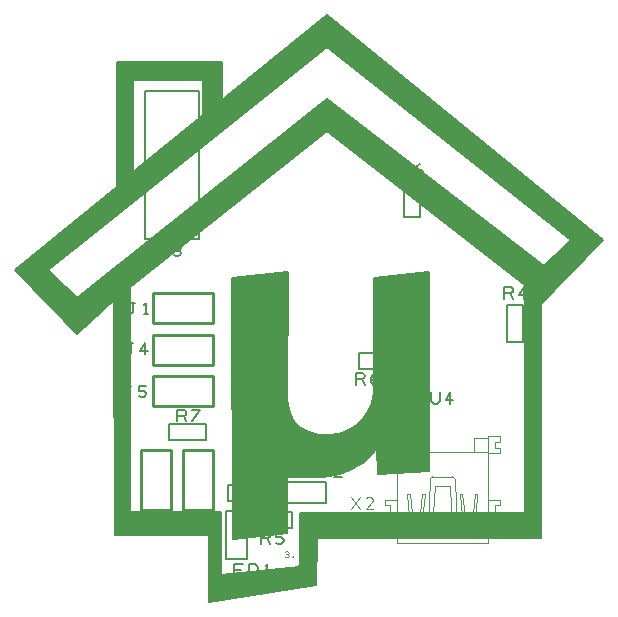
<source format=gbr>
%FSLAX23Y23*%
%MOIN*%
G04 EasyPC Gerber Version 17.0 Build 3379 *
%ADD78C,0.00100*%
%ADD79C,0.00400*%
%ADD77C,0.00500*%
%ADD24C,0.01000*%
X0Y0D02*
D02*
D24*
X2935Y508D02*
Y308D01*
X3035*
Y508*
X2935*
X2975Y932D02*
X3175D01*
Y1032*
X2975*
Y932*
X3077Y508D02*
Y308D01*
X3177*
Y508*
X3077*
X3175Y756D02*
X2975D01*
Y656*
X3175*
Y756*
Y894D02*
X2975D01*
Y794*
X3175*
Y894*
D02*
D77*
X2878Y691D02*
X2881Y688D01*
X2887Y685*
X2894Y688*
X2897Y691*
Y723*
X2903*
X2897D02*
X2884D01*
X2928Y688D02*
X2934Y685D01*
X2944*
X2950Y688*
X2953Y695*
Y698*
X2950Y704*
X2944Y707*
X2928*
Y723*
X2953*
X2883Y834D02*
X2886Y831D01*
X2892Y828*
X2898Y831*
X2902Y834*
Y865*
X2908*
X2902D02*
X2889D01*
X2948Y828D02*
Y865D01*
X2933Y840*
X2958*
X2891Y969D02*
X2894Y966D01*
X2900Y963*
X2906Y966*
X2909Y969*
Y1000*
X2916*
X2909D02*
X2897D01*
X2947Y963D02*
X2959D01*
X2953D02*
Y1000D01*
X2947Y994*
X2943Y254D02*
X2946Y251D01*
X2952Y248*
X2958Y251*
X2962Y254*
Y286*
X2968*
X2962D02*
X2949D01*
X3018Y248D02*
X2993D01*
X3015Y270*
X3018Y276*
X3015Y282*
X3008Y286*
X2999*
X2993Y282*
X2993Y1162D02*
X2996Y1159D01*
X3002Y1156*
X3009Y1159*
X3012Y1162*
Y1193*
X3018*
X3012D02*
X2999D01*
X3046Y1159D02*
X3052Y1156D01*
X3059*
X3065Y1159*
X3068Y1165*
X3065Y1171*
X3059Y1174*
X3052*
X3059D02*
X3065Y1177D01*
X3068Y1184*
X3065Y1190*
X3059Y1193*
X3052*
X3046Y1190*
X3056Y605D02*
Y643D01*
X3078*
X3084Y640*
X3087Y634*
X3084Y627*
X3078Y624*
X3056*
X3078D02*
X3087Y605D01*
X3106D02*
X3131Y643D01*
X3106*
X3085Y254D02*
X3088Y251D01*
X3094Y248*
X3100Y251*
X3103Y254*
Y286*
X3110*
X3103D02*
X3091D01*
X3135Y257D02*
X3138Y264D01*
X3144Y267*
X3150*
X3156Y264*
X3160Y257*
X3156Y251*
X3150Y248*
X3144*
X3138Y251*
X3135Y257*
Y267*
X3138Y276*
X3144Y282*
X3150Y286*
X3130Y1212D02*
Y1707D01*
X2950*
Y1212*
X3130*
X3152Y595D02*
Y542D01*
X3029*
Y595*
X3152*
X3195Y128D02*
Y91D01*
X3226*
X3245D02*
Y128D01*
X3276*
X3270Y109D02*
X3245D01*
Y91D02*
X3276D01*
X3295D02*
Y128D01*
X3314*
X3320Y125*
X3323Y122*
X3326Y116*
Y103*
X3323Y97*
X3320Y94*
X3314Y91*
X3295*
X3351D02*
X3364D01*
X3357D02*
Y128D01*
X3351Y122*
X3219Y306D02*
Y146D01*
X3289*
Y306*
X3219*
X3227Y340D02*
Y393D01*
X3350*
Y340*
X3227*
X3239Y1082D02*
X3424Y1102D01*
X3422Y677*
X3428Y643*
X3438Y616*
X3450Y599*
X3461Y587*
X3474Y578*
X3484Y572*
X3515Y561*
X3529Y559*
X3543Y559*
X3558Y558*
X3571Y559*
X3586Y562*
X3597Y564*
X3612Y570*
X3625Y575*
X3639Y583*
X3655Y593*
X3671Y608*
X3683Y622*
X3692Y638*
X3700Y651*
X3707Y667*
X3709Y683*
X3712Y701*
X3713Y724*
X3713Y1082*
X3896Y1102*
Y440*
X3724Y429*
X3723Y517*
X3709Y500*
X3691Y482*
X3674Y467*
X3657Y455*
X3638Y445*
X3617Y436*
X3595Y430*
X3581Y426*
X3563Y424*
X3539Y420*
X3520Y420*
X3503Y419*
X3481*
X3464Y420*
X3447Y422*
X3434Y425*
X3422Y427*
Y232*
X3241Y211*
X3239Y1082*
G36*
X3424Y1102*
X3422Y677*
X3428Y643*
X3438Y616*
X3450Y599*
X3461Y587*
X3474Y578*
X3484Y572*
X3515Y561*
X3529Y559*
X3543Y559*
X3558Y558*
X3571Y559*
X3586Y562*
X3597Y564*
X3612Y570*
X3625Y575*
X3639Y583*
X3655Y593*
X3671Y608*
X3683Y622*
X3692Y638*
X3700Y651*
X3707Y667*
X3709Y683*
X3712Y701*
X3713Y724*
X3713Y1082*
X3896Y1102*
Y440*
X3724Y429*
X3723Y517*
X3709Y500*
X3691Y482*
X3674Y467*
X3657Y455*
X3638Y445*
X3617Y436*
X3595Y430*
X3581Y426*
X3563Y424*
X3539Y420*
X3520Y420*
X3503Y419*
X3481*
X3464Y420*
X3447Y422*
X3434Y425*
X3422Y427*
Y232*
X3241Y211*
X3239Y1082*
G37*
X3262Y850D02*
Y888D01*
X3284*
X3290Y885*
X3293Y879*
X3290Y872*
X3284Y869*
X3262*
X3284D02*
X3293Y850D01*
X3321Y869D02*
X3327D01*
X3334Y872*
X3337Y879*
X3334Y885*
X3327Y888*
X3321*
X3315Y885*
X3312Y879*
X3315Y872*
X3321Y869*
X3315Y866*
X3312Y860*
X3315Y854*
X3321Y850*
X3327*
X3334Y854*
X3337Y860*
X3334Y866*
X3327Y869*
X3270Y832D02*
X3323D01*
Y709*
X3270*
Y832*
X3326Y329D02*
Y291D01*
X3304*
X3298Y294*
X3294Y301*
X3298Y307*
X3304Y310*
X3326*
X3304D02*
X3294Y329D01*
X3251D02*
X3276D01*
X3254Y307*
X3251Y301*
X3254Y294*
X3260Y291*
X3269*
X3276Y294*
X3336Y196D02*
Y233D01*
X3357*
X3364Y230*
X3367Y224*
X3364Y218*
X3357Y215*
X3336*
X3357D02*
X3367Y196D01*
X3386Y199D02*
X3392Y196D01*
X3401*
X3407Y199*
X3411Y205*
Y208*
X3407Y215*
X3401Y218*
X3386*
Y233*
X3411*
X3430Y456D02*
Y418D01*
X3461*
X3480D02*
Y456D01*
X3511*
X3505Y437D02*
X3480D01*
Y418D02*
X3511D01*
X3530D02*
Y456D01*
X3549*
X3555Y453*
X3558Y450*
X3561Y443*
Y431*
X3558Y425*
X3555Y422*
X3549Y418*
X3530*
X3605D02*
X3580D01*
X3602Y440*
X3605Y447*
X3602Y453*
X3596Y456*
X3586*
X3580Y453*
X3439Y302D02*
Y249D01*
X3316*
Y302*
X3439*
X3553Y404D02*
X3393D01*
Y334*
X3553*
Y404*
X3554Y1854D02*
X2625Y1109D01*
X2721Y1015*
X3557Y1680*
X4279Y1121*
X4370Y1209*
X3555Y1854*
Y1959*
X4476Y1209*
X4270Y997*
Y215*
X3467Y215*
X3467Y298*
X4215*
Y1059*
X3557Y1573*
X2899Y1054*
Y304*
X3201*
Y91*
X3467Y120*
Y212*
X3521*
X3520Y58*
X3163Y4*
X3163Y226*
X2848*
X2846Y1010*
X2721Y897*
X2517Y1109*
X2854Y1385*
Y1804*
X3207*
X3207Y1678*
X3143Y1633*
Y1743*
X2910*
Y1436*
X3207Y1676*
X3554Y1959*
X3554Y1854*
G36*
X2625Y1109*
X2721Y1015*
X3557Y1680*
X4279Y1121*
X4370Y1209*
X3555Y1854*
Y1959*
X4476Y1209*
X4270Y997*
Y215*
X3467Y215*
X3467Y298*
X4215*
Y1059*
X3557Y1573*
X2899Y1054*
Y304*
X3201*
Y91*
X3467Y120*
Y212*
X3521*
X3520Y58*
X3163Y4*
X3163Y226*
X2848*
X2846Y1010*
X2721Y897*
X2517Y1109*
X2854Y1385*
Y1804*
X3207*
X3207Y1678*
X3143Y1633*
Y1743*
X2910*
Y1436*
X3207Y1676*
X3554Y1959*
X3554Y1854*
G37*
X3651Y727D02*
Y765D01*
X3672*
X3679Y762*
X3682Y756*
X3679Y749*
X3672Y746*
X3651*
X3672D02*
X3682Y727D01*
X3701Y737D02*
X3704Y743D01*
X3710Y746*
X3716*
X3722Y743*
X3726Y737*
X3722Y731*
X3716Y727*
X3710*
X3704Y731*
X3701Y737*
Y746*
X3704Y756*
X3710Y762*
X3716Y765*
X3785Y833D02*
Y780D01*
X3662*
Y833*
X3785*
X3831Y1432D02*
X3828Y1428D01*
X3822Y1425*
X3813*
X3806Y1428*
X3803Y1432*
X3800Y1438*
Y1450*
X3803Y1457*
X3806Y1460*
X3813Y1463*
X3822*
X3828Y1460*
X3831Y1457*
X3850Y1435D02*
X3853Y1441D01*
X3860Y1444*
X3866*
X3872Y1441*
X3875Y1435*
X3872Y1428*
X3866Y1425*
X3860*
X3853Y1428*
X3850Y1435*
Y1444*
X3853Y1453*
X3860Y1460*
X3866Y1463*
X3816Y830D02*
Y792D01*
X3847*
X3891D02*
X3866D01*
X3888Y814*
X3891Y821*
X3888Y827*
X3882Y830*
X3872*
X3866Y827*
X3819Y784D02*
X3872D01*
Y661*
X3819*
Y784*
X3864Y1286D02*
X3811D01*
Y1409*
X3864*
Y1286*
X3902Y702D02*
Y674D01*
X3905Y668*
X3911Y664*
X3923*
X3930Y668*
X3933Y674*
Y702*
X3967Y664D02*
Y702D01*
X3952Y677*
X3977*
X4146Y1014D02*
Y1051D01*
X4167*
X4174Y1048*
X4177Y1042*
X4174Y1036*
X4167Y1033*
X4146*
X4167D02*
X4177Y1014D01*
X4211D02*
Y1051D01*
X4196Y1026*
X4221*
X4210Y870D02*
X4157D01*
Y993*
X4210*
Y870*
D02*
D78*
X3417Y153D02*
X3420Y152D01*
X3423*
X3426Y153*
X3428Y157*
X3426Y160*
X3423Y161*
X3420*
X3423D02*
X3426Y163D01*
X3428Y166*
X3426Y169*
X3423Y171*
X3420*
X3417Y169*
X3442Y152D02*
X3443Y153D01*
X3442Y155*
X3440Y153*
X3442Y152*
X3467Y153D02*
X3470Y152D01*
X3473*
X3476Y153*
X3478Y157*
X3476Y160*
X3473Y161*
X3470*
X3473D02*
X3476Y163D01*
X3478Y166*
X3476Y169*
X3473Y171*
X3470*
X3467Y169*
X3490Y171D02*
X3498Y152D01*
X3506Y171*
X3459Y109D02*
X3462Y108D01*
X3466*
X3470Y109*
X3471Y112*
Y114*
X3470Y117*
X3466Y119*
X3459*
Y126*
X3471*
X3484D02*
X3491Y108D01*
X3499Y126*
D02*
D79*
X3635Y314D02*
X3666Y352D01*
X3635D02*
X3666Y314D01*
X3710D02*
X3685D01*
X3707Y336*
X3710Y342*
X3707Y348*
X3700Y352*
X3691*
X3685Y348*
X3787Y500D02*
X3748D01*
Y516*
X3764*
Y537*
X3748*
Y557*
X3788*
X3788Y199D02*
Y557D01*
X3788Y372D02*
X3788Y471D01*
X3789Y200D02*
Y287D01*
X3748*
Y302*
X3764*
Y326*
X3748*
Y342*
X3789*
X3789Y259D02*
X3789Y200D01*
X4091*
X3790Y548D02*
X3838D01*
X3791Y504D02*
X4091D01*
X3809Y548D02*
X3838D01*
Y504*
X3809Y504*
X3832Y361D02*
X3823D01*
X3832Y253*
G75*
G03X3840Y243I12J1*
G01*
G75*
G03X3862I11J37*
G01*
G75*
G03X3870Y253I-3J11*
G01*
X3881Y361*
X3872*
X3862Y267*
X3842*
X3832Y361*
X3981Y245D02*
G75*
G03X3989Y253J8D01*
G01*
X3981Y412*
G75*
G03X3973Y420I-9J0*
G01*
X3907*
G75*
G03X3899Y412I0J-9*
G01*
X3891Y253*
G75*
G03X3899Y245I8*
G01*
X3899*
G75*
G03X3907Y253J8*
G01*
X3915Y388*
X3964*
X3973Y253*
G75*
G03X3981Y245I8*
G01*
X3981*
X4048Y361D02*
X4056D01*
X4048Y253*
G75*
G02X4040Y243I-12J1*
G01*
G75*
G02X4018I-11J37*
G01*
G75*
G02X4009Y253I3J11*
G01*
X3999Y361*
X4007*
X4018Y267*
X4038*
X4048Y361*
X4071Y504D02*
X4046D01*
Y549*
X4071*
X4090D02*
X4046D01*
X4091Y200D02*
Y287D01*
X4132*
Y302*
X4116*
Y326*
X4132*
Y342*
X4091*
Y200D02*
Y259D01*
X4091Y475D02*
Y370D01*
X4091Y199D02*
X3788D01*
X4091Y557D02*
Y199D01*
X4093Y500D02*
X4132D01*
Y516*
X4116*
Y537*
X4132*
Y557*
X4092*
X0Y0D02*
M02*

</source>
